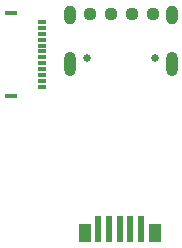
<source format=gbr>
%TF.GenerationSoftware,KiCad,Pcbnew,9.0.0*%
%TF.CreationDate,2025-08-30T20:52:42+01:00*%
%TF.ProjectId,030,3033302e-6b69-4636-9164-5f7063625858,rev?*%
%TF.SameCoordinates,Original*%
%TF.FileFunction,Soldermask,Top*%
%TF.FilePolarity,Negative*%
%FSLAX46Y46*%
G04 Gerber Fmt 4.6, Leading zero omitted, Abs format (unit mm)*
G04 Created by KiCad (PCBNEW 9.0.0) date 2025-08-30 20:52:42*
%MOMM*%
%LPD*%
G01*
G04 APERTURE LIST*
G04 Aperture macros list*
%AMRoundRect*
0 Rectangle with rounded corners*
0 $1 Rounding radius*
0 $2 $3 $4 $5 $6 $7 $8 $9 X,Y pos of 4 corners*
0 Add a 4 corners polygon primitive as box body*
4,1,4,$2,$3,$4,$5,$6,$7,$8,$9,$2,$3,0*
0 Add four circle primitives for the rounded corners*
1,1,$1+$1,$2,$3*
1,1,$1+$1,$4,$5*
1,1,$1+$1,$6,$7*
1,1,$1+$1,$8,$9*
0 Add four rect primitives between the rounded corners*
20,1,$1+$1,$2,$3,$4,$5,0*
20,1,$1+$1,$4,$5,$6,$7,0*
20,1,$1+$1,$6,$7,$8,$9,0*
20,1,$1+$1,$8,$9,$2,$3,0*%
G04 Aperture macros list end*
%ADD10RoundRect,0.237500X-0.250000X-0.237500X0.250000X-0.237500X0.250000X0.237500X-0.250000X0.237500X0*%
%ADD11R,0.762000X0.355600*%
%ADD12R,1.041400X0.355600*%
%ADD13R,1.060000X1.580000*%
%ADD14R,0.600000X2.180000*%
%ADD15C,0.650000*%
%ADD16O,1.000000X1.600000*%
%ADD17O,1.000000X2.100000*%
G04 APERTURE END LIST*
D10*
%TO.C,R1*%
X107166500Y-53721000D03*
X108991500Y-53721000D03*
%TD*%
D11*
%TO.C,J1*%
X99570000Y-54388001D03*
X99570000Y-54888000D03*
X99570000Y-55388002D03*
X99570000Y-55888001D03*
X99570000Y-56388000D03*
X99570000Y-56888001D03*
X99570000Y-57388001D03*
X99570000Y-57888002D03*
X99570000Y-58388001D03*
X99570000Y-58888000D03*
X99570000Y-59388002D03*
X99570000Y-59888001D03*
D12*
X96920000Y-53598000D03*
X96920000Y-60678002D03*
%TD*%
D10*
%TO.C,R2*%
X103610500Y-53721000D03*
X105435500Y-53721000D03*
%TD*%
D13*
%TO.C,D1*%
X109112000Y-72240000D03*
D14*
X107962000Y-71940000D03*
X107062000Y-71940000D03*
X106162000Y-71940000D03*
X105262000Y-71940000D03*
X104362000Y-71940000D03*
D13*
X103212000Y-72240000D03*
%TD*%
D15*
%TO.C,USB*%
X103411000Y-57464000D03*
X109191000Y-57464000D03*
D16*
X101981000Y-53814000D03*
D17*
X101981000Y-57994000D03*
D16*
X110621000Y-53814000D03*
D17*
X110621000Y-57994000D03*
%TD*%
M02*

</source>
